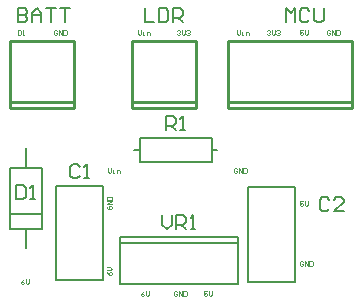
<source format=gbr>
G04*
G04 #@! TF.GenerationSoftware,Altium Limited,Altium Designer,25.1.2 (22)*
G04*
G04 Layer_Color=65535*
%FSLAX24Y24*%
%MOIN*%
G70*
G04*
G04 #@! TF.SameCoordinates,545F9C5F-1BCE-4890-BA7A-5F1D09497C19*
G04*
G04*
G04 #@! TF.FilePolarity,Positive*
G04*
G01*
G75*
%ADD10C,0.0079*%
%ADD11C,0.0100*%
%ADD12C,0.0039*%
D10*
X28487Y39125D02*
Y42275D01*
X26913D02*
X28487D01*
X26913Y39125D02*
Y42275D01*
Y39125D02*
X28487D01*
X20493Y39169D02*
Y42318D01*
Y39169D02*
X22068D01*
Y42318D01*
X20493D02*
X22068D01*
X22630Y39031D02*
X25701D01*
X22630D02*
Y40468D01*
X23024Y39031D02*
X26567D01*
Y40606D01*
X22630D02*
X26567D01*
X22630Y39031D02*
Y40606D01*
X22650Y40409D02*
X26567D01*
X18996Y41388D02*
X20004D01*
X19500Y42924D02*
Y43569D01*
Y40231D02*
Y40876D01*
X18968D02*
X20031D01*
Y42924D01*
X18968D02*
X20031D01*
X18968Y40876D02*
Y42924D01*
X23122Y43500D02*
X23300D01*
X25700D02*
X25878D01*
X23300Y43900D02*
X25700D01*
X23300Y43100D02*
Y43900D01*
Y43100D02*
X25700D01*
Y43900D01*
X29621Y41857D02*
X29543Y41936D01*
X29385D01*
X29306Y41857D01*
Y41543D01*
X29385Y41464D01*
X29543D01*
X29621Y41543D01*
X30094Y41464D02*
X29779D01*
X30094Y41779D01*
Y41857D01*
X30015Y41936D01*
X29857D01*
X29779Y41857D01*
X21300Y42957D02*
X21221Y43036D01*
X21064D01*
X20985Y42957D01*
Y42643D01*
X21064Y42564D01*
X21221D01*
X21300Y42643D01*
X21457Y42564D02*
X21615D01*
X21536D01*
Y43036D01*
X21457Y42957D01*
X23470Y48236D02*
Y47764D01*
X23785D01*
X23943Y48236D02*
Y47764D01*
X24179D01*
X24257Y47843D01*
Y48157D01*
X24179Y48236D01*
X23943D01*
X24415Y47764D02*
Y48236D01*
X24651D01*
X24730Y48157D01*
Y48000D01*
X24651Y47921D01*
X24415D01*
X24572D02*
X24730Y47764D01*
X28170D02*
Y48236D01*
X28328Y48079D01*
X28485Y48236D01*
Y47764D01*
X28957Y48157D02*
X28879Y48236D01*
X28721D01*
X28643Y48157D01*
Y47843D01*
X28721Y47764D01*
X28879D01*
X28957Y47843D01*
X29115Y48236D02*
Y47843D01*
X29194Y47764D01*
X29351D01*
X29430Y47843D01*
Y48236D01*
X19234D02*
Y47764D01*
X19470D01*
X19549Y47843D01*
Y47921D01*
X19470Y48000D01*
X19234D01*
X19470D01*
X19549Y48079D01*
Y48157D01*
X19470Y48236D01*
X19234D01*
X19706Y47764D02*
Y48079D01*
X19864Y48236D01*
X20021Y48079D01*
Y47764D01*
Y48000D01*
X19706D01*
X20179Y48236D02*
X20494D01*
X20336D01*
Y47764D01*
X20651Y48236D02*
X20966D01*
X20808D01*
Y47764D01*
X24049Y41336D02*
Y41021D01*
X24206Y40864D01*
X24364Y41021D01*
Y41336D01*
X24521Y40864D02*
Y41336D01*
X24757D01*
X24836Y41257D01*
Y41100D01*
X24757Y41021D01*
X24521D01*
X24679D02*
X24836Y40864D01*
X24994D02*
X25151D01*
X25072D01*
Y41336D01*
X24994Y41257D01*
X19185Y42336D02*
Y41864D01*
X19421D01*
X19500Y41943D01*
Y42257D01*
X19421Y42336D01*
X19185D01*
X19657Y41864D02*
X19815D01*
X19736D01*
Y42336D01*
X19657Y42257D01*
X24185Y44164D02*
Y44636D01*
X24421D01*
X24500Y44557D01*
Y44400D01*
X24421Y44321D01*
X24185D01*
X24343D02*
X24500Y44164D01*
X24657D02*
X24815D01*
X24736D01*
Y44636D01*
X24657Y44557D01*
D11*
X23041Y45113D02*
X25159D01*
Y44900D02*
Y47144D01*
X23041Y44900D02*
X25159D01*
X23041D02*
Y47144D01*
X25159D01*
X26241Y47150D02*
X30359D01*
X26241Y44906D02*
Y47150D01*
Y44906D02*
X30359D01*
Y47150D01*
X26241Y45119D02*
X30359D01*
X18979Y45113D02*
X21097D01*
Y44900D02*
Y47144D01*
X18979Y44900D02*
X21097D01*
X18979D02*
Y47144D01*
X21097D01*
D12*
X26544Y42871D02*
X26518Y42897D01*
X26466D01*
X26439Y42871D01*
Y42766D01*
X26466Y42739D01*
X26518D01*
X26544Y42766D01*
Y42818D01*
X26492D01*
X26597Y42739D02*
Y42897D01*
X26702Y42739D01*
Y42897D01*
X26754D02*
Y42739D01*
X26833D01*
X26859Y42766D01*
Y42871D01*
X26833Y42897D01*
X26754D01*
X22239D02*
Y42792D01*
X22292Y42739D01*
X22344Y42792D01*
Y42897D01*
X22397Y42739D02*
X22449D01*
X22423D01*
Y42844D01*
X22397D01*
X22528Y42739D02*
Y42844D01*
X22607D01*
X22633Y42818D01*
Y42739D01*
X24544Y38771D02*
X24518Y38797D01*
X24466D01*
X24439Y38771D01*
Y38666D01*
X24466Y38639D01*
X24518D01*
X24544Y38666D01*
Y38718D01*
X24492D01*
X24597Y38639D02*
Y38797D01*
X24702Y38639D01*
Y38797D01*
X24754D02*
Y38639D01*
X24833D01*
X24859Y38666D01*
Y38771D01*
X24833Y38797D01*
X24754D01*
X19444Y39197D02*
X19392Y39171D01*
X19339Y39118D01*
Y39066D01*
X19366Y39039D01*
X19418D01*
X19444Y39066D01*
Y39092D01*
X19418Y39118D01*
X19339D01*
X19497Y39197D02*
Y39092D01*
X19549Y39039D01*
X19602Y39092D01*
Y39197D01*
X22203Y39444D02*
X22229Y39392D01*
X22282Y39339D01*
X22334D01*
X22361Y39366D01*
Y39418D01*
X22334Y39444D01*
X22308D01*
X22282Y39418D01*
Y39339D01*
X22203Y39497D02*
X22308D01*
X22361Y39549D01*
X22308Y39602D01*
X22203D01*
X23444Y38797D02*
X23392Y38771D01*
X23339Y38718D01*
Y38666D01*
X23366Y38639D01*
X23418D01*
X23444Y38666D01*
Y38692D01*
X23418Y38718D01*
X23339D01*
X23497Y38797D02*
Y38692D01*
X23549Y38639D01*
X23602Y38692D01*
Y38797D01*
X25544D02*
X25439D01*
Y38718D01*
X25492Y38744D01*
X25518D01*
X25544Y38718D01*
Y38666D01*
X25518Y38639D01*
X25466D01*
X25439Y38666D01*
X25597Y38797D02*
Y38692D01*
X25649Y38639D01*
X25702Y38692D01*
Y38797D01*
X22229Y41644D02*
X22203Y41618D01*
Y41566D01*
X22229Y41539D01*
X22334D01*
X22361Y41566D01*
Y41618D01*
X22334Y41644D01*
X22282D01*
Y41592D01*
X22361Y41697D02*
X22203D01*
X22361Y41802D01*
X22203D01*
Y41854D02*
X22361D01*
Y41933D01*
X22334Y41959D01*
X22229D01*
X22203Y41933D01*
Y41854D01*
X28744Y39771D02*
X28718Y39797D01*
X28666D01*
X28639Y39771D01*
Y39666D01*
X28666Y39639D01*
X28718D01*
X28744Y39666D01*
Y39718D01*
X28692D01*
X28797Y39639D02*
Y39797D01*
X28902Y39639D01*
Y39797D01*
X28954D02*
Y39639D01*
X29033D01*
X29059Y39666D01*
Y39771D01*
X29033Y39797D01*
X28954D01*
X28744Y41797D02*
X28639D01*
Y41718D01*
X28692Y41744D01*
X28718D01*
X28744Y41718D01*
Y41666D01*
X28718Y41639D01*
X28666D01*
X28639Y41666D01*
X28797Y41797D02*
Y41692D01*
X28849Y41639D01*
X28902Y41692D01*
Y41797D01*
X28744Y47497D02*
X28639D01*
Y47418D01*
X28692Y47444D01*
X28718D01*
X28744Y47418D01*
Y47366D01*
X28718Y47339D01*
X28666D01*
X28639Y47366D01*
X28797Y47497D02*
Y47392D01*
X28849Y47339D01*
X28902Y47392D01*
Y47497D01*
X20544Y47471D02*
X20518Y47497D01*
X20466D01*
X20439Y47471D01*
Y47366D01*
X20466Y47339D01*
X20518D01*
X20544Y47366D01*
Y47418D01*
X20492D01*
X20597Y47339D02*
Y47497D01*
X20702Y47339D01*
Y47497D01*
X20754D02*
Y47339D01*
X20833D01*
X20859Y47366D01*
Y47471D01*
X20833Y47497D01*
X20754D01*
X19239D02*
Y47339D01*
X19318D01*
X19344Y47366D01*
Y47471D01*
X19318Y47497D01*
X19239D01*
X19397Y47339D02*
X19449D01*
X19423D01*
Y47497D01*
X19397Y47471D01*
X23239Y47497D02*
Y47392D01*
X23292Y47339D01*
X23344Y47392D01*
Y47497D01*
X23397Y47339D02*
X23449D01*
X23423D01*
Y47444D01*
X23397D01*
X23528Y47339D02*
Y47444D01*
X23607D01*
X23633Y47418D01*
Y47339D01*
X24539Y47471D02*
X24566Y47497D01*
X24618D01*
X24644Y47471D01*
Y47444D01*
X24618Y47418D01*
X24592D01*
X24618D01*
X24644Y47392D01*
Y47366D01*
X24618Y47339D01*
X24566D01*
X24539Y47366D01*
X24697Y47497D02*
Y47392D01*
X24749Y47339D01*
X24802Y47392D01*
Y47497D01*
X24854Y47471D02*
X24880Y47497D01*
X24933D01*
X24959Y47471D01*
Y47444D01*
X24933Y47418D01*
X24907D01*
X24933D01*
X24959Y47392D01*
Y47366D01*
X24933Y47339D01*
X24880D01*
X24854Y47366D01*
X29644Y47471D02*
X29618Y47497D01*
X29566D01*
X29539Y47471D01*
Y47366D01*
X29566Y47339D01*
X29618D01*
X29644Y47366D01*
Y47418D01*
X29592D01*
X29697Y47339D02*
Y47497D01*
X29802Y47339D01*
Y47497D01*
X29854D02*
Y47339D01*
X29933D01*
X29959Y47366D01*
Y47471D01*
X29933Y47497D01*
X29854D01*
X27539Y47471D02*
X27566Y47497D01*
X27618D01*
X27644Y47471D01*
Y47444D01*
X27618Y47418D01*
X27592D01*
X27618D01*
X27644Y47392D01*
Y47366D01*
X27618Y47339D01*
X27566D01*
X27539Y47366D01*
X27697Y47497D02*
Y47392D01*
X27749Y47339D01*
X27802Y47392D01*
Y47497D01*
X27854Y47471D02*
X27880Y47497D01*
X27933D01*
X27959Y47471D01*
Y47444D01*
X27933Y47418D01*
X27907D01*
X27933D01*
X27959Y47392D01*
Y47366D01*
X27933Y47339D01*
X27880D01*
X27854Y47366D01*
X26539Y47497D02*
Y47392D01*
X26592Y47339D01*
X26644Y47392D01*
Y47497D01*
X26697Y47339D02*
X26749D01*
X26723D01*
Y47444D01*
X26697D01*
X26828Y47339D02*
Y47444D01*
X26907D01*
X26933Y47418D01*
Y47339D01*
M02*

</source>
